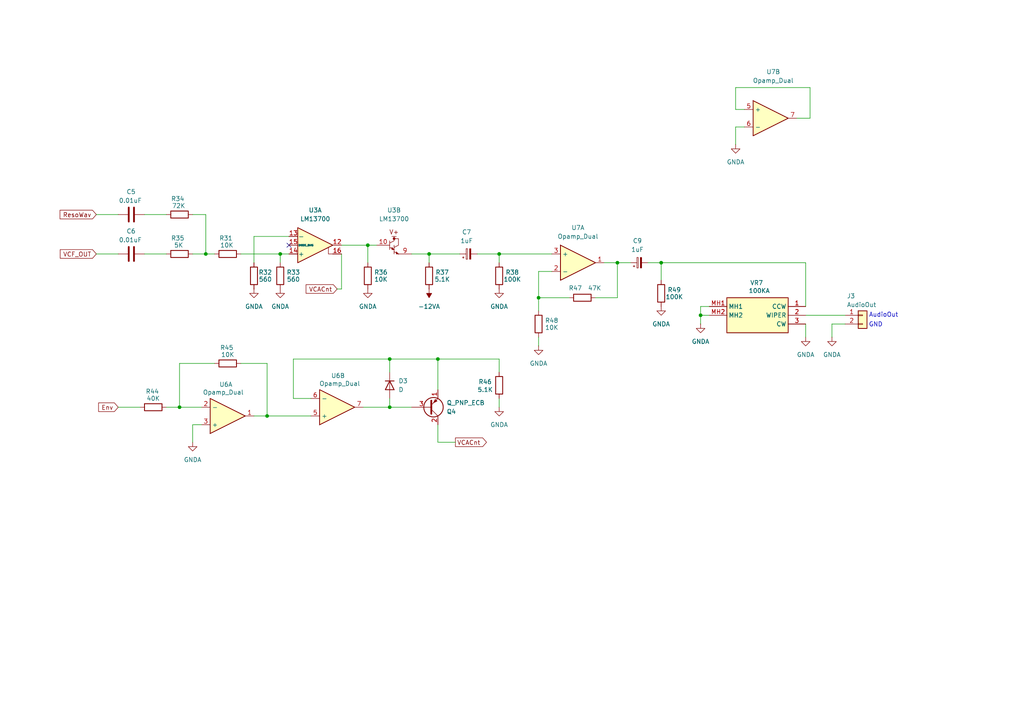
<source format=kicad_sch>
(kicad_sch (version 20231120) (generator "eeschema") (generator_version "8.0")
  (paper "A4")
  (lib_symbols
    (symbol "Amplifier_Operational:LM13700" (pin_names (offset 0.127))
      (property "Reference" "U" (at 3.81 5.08 0))
      (property "Value" "LM13700" (at 5.08 -5.08 0))
      (symbol "LM13700_1_1"
        (polyline (pts (xy 3.81 -0.635) (xy 3.81 -2.54) (xy 5.08 -2.54)))
        (polyline (pts (xy 5.08 0) (xy -5.08 -5.08) (xy -5.08 5.08) (xy 5.08 0)) (stroke (width 0.254)) (fill (type background)))
        (pin output line (at 7.62 0 180) (length 2.54) (name "~") (number "12"))
        (pin input line (at -7.62 2.54 0) (length 2.54) (name "-") (number "13"))
        (pin input line (at -7.62 -2.54 0) (length 2.54) (name "+") (number "14"))
        (pin input line (at -7.62 0 0) (length 2.54) (name "DIODE_BIAS") (number "15"))
        (pin input line (at 7.62 -2.54 180) (length 2.54) (name "~") (number "16"))
      )
      (symbol "LM13700_2_0"
        (polyline (pts (xy -1.905 2.54) (xy -3.175 2.54)))
      )
      (symbol "LM13700_2_1"
        (circle (center -2.54 1.905) (radius 0.254) (stroke (width 0.254)) (fill (type outline)))
        (polyline (pts (xy -3.81 -0.635) (xy -2.54 -1.27)))
        (polyline (pts (xy -3.81 1.27) (xy -3.81 -1.27)))
        (polyline (pts (xy -2.54 -1.905) (xy -1.27 -2.54)))
        (polyline (pts (xy -2.54 0) (xy -2.54 -2.54)))
        (polyline (pts (xy -3.81 0.635) (xy -2.54 1.27) (xy -2.54 1.905) (xy -2.54 2.54)))
        (polyline (pts (xy -2.54 -1.27) (xy -3.175 -0.635) (xy -3.175 -1.27) (xy -2.54 -1.27)) (fill (type outline)))
        (polyline (pts (xy -2.54 -0.635) (xy -1.27 0) (xy -1.27 1.905) (xy -2.54 1.905)))
        (polyline (pts (xy -1.27 -2.54) (xy -1.905 -1.905) (xy -1.905 -2.54) (xy -1.27 -2.54)) (fill (type outline)))
        (text "V+" (at -2.54 3.81 0) (effects (font (size 1.27 1.27))))
        (pin input line (at -7.62 0 0) (length 3.81) (name "~") (number "10"))
        (pin output line (at 2.54 -2.54 180) (length 3.81) (name "~") (number "9"))
      )
      (symbol "LM13700_3_1"
        (polyline (pts (xy 3.81 -0.635) (xy 3.81 -2.54) (xy 5.08 -2.54)))
        (polyline (pts (xy 5.08 0) (xy -5.08 -5.08) (xy -5.08 5.08) (xy 5.08 0)) (stroke (width 0.254)) (fill (type background)))
        (pin input line (at 7.62 -2.54 180) (length 2.54) (name "~") (number "1"))
        (pin input line (at -7.62 0 0) (length 2.54) (name "DIODE_BIAS") (number "2"))
        (pin input line (at -7.62 -2.54 0) (length 2.54) (name "+") (number "3"))
        (pin input line (at -7.62 2.54 0) (length 2.54) (name "-") (number "4"))
        (pin output line (at 7.62 0 180) (length 2.54) (name "~") (number "5"))
      )
      (symbol "LM13700_4_0"
        (polyline (pts (xy -3.175 2.54) (xy -1.905 2.54)))
        (text "V+" (at -2.54 3.81 0) (effects (font (size 1.27 1.27))))
      )
      (symbol "LM13700_4_1"
        (circle (center -2.54 1.905) (radius 0.254) (stroke (width 0.254)) (fill (type outline)))
        (polyline (pts (xy -3.81 -0.635) (xy -2.54 -1.27)))
        (polyline (pts (xy -3.81 1.27) (xy -3.81 -1.27)))
        (polyline (pts (xy -2.54 -1.905) (xy -1.27 -2.54)))
        (polyline (pts (xy -2.54 0) (xy -2.54 -2.54)))
        (polyline (pts (xy -3.81 0.635) (xy -2.54 1.27) (xy -2.54 2.54)))
        (polyline (pts (xy -2.54 -1.27) (xy -3.175 -0.635) (xy -3.175 -1.27) (xy -2.54 -1.27)) (fill (type outline)))
        (polyline (pts (xy -2.54 -0.635) (xy -1.27 0) (xy -1.27 1.905) (xy -2.54 1.905)))
        (polyline (pts (xy -1.27 -2.54) (xy -1.905 -1.905) (xy -1.905 -2.54) (xy -1.27 -2.54)) (fill (type outline)))
        (pin input line (at -7.62 0 0) (length 3.81) (name "~") (number "7"))
        (pin output line (at 2.54 -2.54 180) (length 3.81) (name "~") (number "8"))
      )
      (symbol "LM13700_5_1"
        (pin power_in line (at -2.54 7.62 270) (length 3.81) (name "V+") (number "11"))
        (pin power_in line (at -2.54 -7.62 90) (length 3.81) (name "V-") (number "6"))
      )
    )
    (symbol "Connector_Generic:Conn_01x02" (pin_names (offset 1.016) hide)
      (property "Reference" "J" (at 0 2.54 0))
      (property "Value" "Conn_01x02" (at 0 -5.08 0))
      (symbol "Conn_01x02_1_1"
        (rectangle (start -1.27 -2.413) (end 0 -2.667) (stroke (width 0.1524)))
        (rectangle (start -1.27 0.127) (end 0 -0.127) (stroke (width 0.1524)))
        (rectangle (start -1.27 1.27) (end 1.27 -3.81) (stroke (width 0.254)) (fill (type background)))
        (pin passive line (at -5.08 0 0) (length 3.81) (name "Pin_1") (number "1"))
        (pin passive line (at -5.08 -2.54 0) (length 3.81) (name "Pin_2") (number "2"))
      )
    )
    (symbol "Device:C" (pin_numbers hide) (pin_names (offset 0.254))
      (property "Reference" "C" (at 0.635 2.54 0))
      (property "Value" "C" (at 0.635 -2.54 0))
      (symbol "C_0_1"
        (polyline (pts (xy -2.032 -0.762) (xy 2.032 -0.762)) (stroke (width 0.508)))
        (polyline (pts (xy -2.032 0.762) (xy 2.032 0.762)) (stroke (width 0.508)))
      )
      (symbol "C_1_1"
        (pin passive line (at 0 3.81 270) (length 2.794) (name "~") (number "1"))
        (pin passive line (at 0 -3.81 90) (length 2.794) (name "~") (number "2"))
      )
    )
    (symbol "Device:C_Polarized_Small" (pin_numbers hide) (pin_names (offset 0.254) hide)
      (property "Reference" "C" (at 0.254 1.778 0))
      (property "Value" "C_Polarized_Small" (at 0.254 -2.032 0))
      (symbol "C_Polarized_Small_0_1"
        (rectangle (start -1.524 -0.3048) (end 1.524 -0.6858) (fill (type outline)))
        (rectangle (start -1.524 0.6858) (end 1.524 0.3048))
        (polyline (pts (xy -1.27 1.524) (xy -0.762 1.524)))
        (polyline (pts (xy -1.016 1.27) (xy -1.016 1.778)))
      )
      (symbol "C_Polarized_Small_1_1"
        (pin passive line (at 0 2.54 270) (length 1.8542) (name "~") (number "1"))
        (pin passive line (at 0 -2.54 90) (length 1.8542) (name "~") (number "2"))
      )
    )
    (symbol "Device:D" (pin_numbers hide) (pin_names (offset 1.016) hide)
      (property "Reference" "D" (at 0 2.54 0))
      (property "Value" "D" (at 0 -2.54 0))
      (symbol "D_0_1"
        (polyline (pts (xy -1.27 1.27) (xy -1.27 -1.27)) (stroke (width 0.254)))
        (polyline (pts (xy 1.27 0) (xy -1.27 0)))
        (polyline (pts (xy 1.27 1.27) (xy 1.27 -1.27) (xy -1.27 0) (xy 1.27 1.27)) (stroke (width 0.254)))
      )
      (symbol "D_1_1"
        (pin passive line (at -3.81 0 0) (length 2.54) (name "K") (number "1"))
        (pin passive line (at 3.81 0 180) (length 2.54) (name "A") (number "2"))
      )
    )
    (symbol "Device:Opamp_Dual"
      (property "Reference" "U" (at 0 5.08 0))
      (property "Value" "Opamp_Dual" (at 0 -5.08 0))
      (symbol "Opamp_Dual_1_1"
        (polyline (pts (xy -5.08 5.08) (xy 5.08 0) (xy -5.08 -5.08) (xy -5.08 5.08)) (stroke (width 0.254)) (fill (type background)))
        (pin output line (at 7.62 0 180) (length 2.54) (name "~") (number "1"))
        (pin input line (at -7.62 -2.54 0) (length 2.54) (name "-") (number "2"))
        (pin input line (at -7.62 2.54 0) (length 2.54) (name "+") (number "3"))
      )
      (symbol "Opamp_Dual_2_1"
        (polyline (pts (xy -5.08 5.08) (xy 5.08 0) (xy -5.08 -5.08) (xy -5.08 5.08)) (stroke (width 0.254)) (fill (type background)))
        (pin input line (at -7.62 2.54 0) (length 2.54) (name "+") (number "5"))
        (pin input line (at -7.62 -2.54 0) (length 2.54) (name "-") (number "6"))
        (pin output line (at 7.62 0 180) (length 2.54) (name "~") (number "7"))
      )
      (symbol "Opamp_Dual_3_1"
        (pin power_in line (at -2.54 -7.62 90) (length 3.81) (name "V-") (number "4"))
        (pin power_in line (at -2.54 7.62 270) (length 3.81) (name "V+") (number "8"))
      )
    )
    (symbol "Device:Q_PNP_ECB" (pin_names (offset 0) hide)
      (property "Reference" "Q" (at 5.08 1.27 0))
      (property "Value" "Q_PNP_ECB" (at 5.08 -1.27 0))
      (symbol "Q_PNP_ECB_0_1"
        (polyline (pts (xy 0.635 0.635) (xy 2.54 2.54)))
        (polyline (pts (xy 0.635 -0.635) (xy 2.54 -2.54) (xy 2.54 -2.54)))
        (polyline (pts (xy 0.635 1.905) (xy 0.635 -1.905) (xy 0.635 -1.905)) (stroke (width 0.508)))
        (polyline (pts (xy 2.286 -1.778) (xy 1.778 -2.286) (xy 1.27 -1.27) (xy 2.286 -1.778) (xy 2.286 -1.778)) (fill (type outline)))
        (circle (center 1.27 0) (radius 2.8194) (stroke (width 0.254)))
      )
      (symbol "Q_PNP_ECB_1_1"
        (pin passive line (at 2.54 -5.08 90) (length 2.54) (name "E") (number "1"))
        (pin passive line (at 2.54 5.08 270) (length 2.54) (name "C") (number "2"))
        (pin input line (at -5.08 0 0) (length 5.715) (name "B") (number "3"))
      )
    )
    (symbol "Device:R" (pin_numbers hide) (pin_names (offset 0))
      (property "Reference" "R" (at 2.032 0 90))
      (property "Value" "R" (at 0 0 90))
      (symbol "R_0_1"
        (rectangle (start -1.016 -2.54) (end 1.016 2.54) (stroke (width 0.254)))
      )
      (symbol "R_1_1"
        (pin passive line (at 0 3.81 270) (length 1.27) (name "~") (number "1"))
        (pin passive line (at 0 -3.81 90) (length 1.27) (name "~") (number "2"))
      )
    )
    (symbol "SamacSys_Parts:RK09D117000B"
      (property "Reference" "VR" (at 24.13 7.62 0))
      (property "Value" "RK09D117000B" (at 24.13 5.08 0))
      (symbol "RK09D117000B_1_1"
        (rectangle (start 5.08 2.54) (end 22.86 -7.62) (stroke (width 0.254)) (fill (type background)))
        (pin passive line (at 0 0 0) (length 5.08) (name "CCW") (number "1"))
        (pin passive line (at 0 -2.54 0) (length 5.08) (name "WIPER") (number "2"))
        (pin passive line (at 0 -5.08 0) (length 5.08) (name "CW") (number "3"))
        (pin passive line (at 27.94 0 180) (length 5.08) (name "MH1") (number "MH1"))
        (pin passive line (at 27.94 -2.54 180) (length 5.08) (name "MH2") (number "MH2"))
      )
    )
    (symbol "power:-12VA" (power) (pin_numbers hide) (pin_names (offset 0) hide)
      (property "Value" "-12VA" (at 0 3.556 0))
      (symbol "-12VA_0_0"
        (pin power_in line (at 0 0 90) (length 0) (name "~") (number "1"))
      )
      (symbol "-12VA_0_1"
        (polyline (pts (xy 0 0) (xy 0 1.27) (xy 0.762 1.27) (xy 0 2.54) (xy -0.762 1.27) (xy 0 1.27)) (fill (type outline)))
      )
    )
    (symbol "power:GNDA" (power) (pin_numbers hide) (pin_names (offset 0) hide)
      (property "Value" "GNDA" (at 0 -3.81 0))
      (symbol "GNDA_0_1"
        (polyline (pts (xy 0 0) (xy 0 -1.27) (xy 1.27 -1.27) (xy 0 -2.54) (xy -1.27 -1.27) (xy 0 -1.27)))
      )
      (symbol "GNDA_1_1"
        (pin power_in line (at 0 0 270) (length 0) (name "~") (number "1"))
      )
    )
  )
  (junction (at 106.68 71.12))
  (junction (at 77.47 120.65))
  (junction (at 59.69 73.66))
  (junction (at 81.28 73.66))
  (junction (at 127 104.14))
  (junction (at 179.07 76.2))
  (junction (at 113.03 104.14))
  (junction (at 124.46 73.66))
  (junction (at 52.07 118.11))
  (junction (at 191.77 76.2))
  (junction (at 203.2 91.44))
  (junction (at 144.78 73.66))
  (junction (at 113.03 118.11))
  (junction (at 156.21 86.36))
  (no_connect (at 83.82 71.12))
  (wire (pts (xy 113.03 104.14) (xy 127 104.14)))
  (wire (pts (xy 55.88 62.23) (xy 59.69 62.23)))
  (wire (pts (xy 73.66 120.65) (xy 77.47 120.65)))
  (wire (pts (xy 85.09 104.14) (xy 85.09 115.57)))
  (wire (pts (xy 156.21 86.36) (xy 156.21 90.17)))
  (wire (pts (xy 62.23 105.41) (xy 52.07 105.41)))
  (wire (pts (xy 99.06 83.82) (xy 97.79 83.82)))
  (wire (pts (xy 187.96 76.2) (xy 191.77 76.2)))
  (wire (pts (xy 55.88 123.19) (xy 55.88 128.27)))
  (wire (pts (xy 156.21 86.36) (xy 156.21 78.74)))
  (wire (pts (xy 156.21 97.79) (xy 156.21 100.33)))
  (wire (pts (xy 191.77 76.2) (xy 191.77 81.28)))
  (wire (pts (xy 213.36 36.83) (xy 213.36 41.91)))
  (wire (pts (xy 99.06 73.66) (xy 99.06 83.82)))
  (wire (pts (xy 191.77 76.2) (xy 233.68 76.2)))
  (wire (pts (xy 55.88 73.66) (xy 59.69 73.66)))
  (wire (pts (xy 127 104.14) (xy 144.78 104.14)))
  (wire (pts (xy 113.03 118.11) (xy 119.38 118.11)))
  (wire (pts (xy 48.26 118.11) (xy 52.07 118.11)))
  (wire (pts (xy 83.82 68.58) (xy 73.66 68.58)))
  (wire (pts (xy 156.21 78.74) (xy 160.02 78.74)))
  (wire (pts (xy 99.06 71.12) (xy 106.68 71.12)))
  (wire (pts (xy 27.94 62.23) (xy 34.29 62.23)))
  (wire (pts (xy 34.29 118.11) (xy 40.64 118.11)))
  (wire (pts (xy 124.46 73.66) (xy 133.35 73.66)))
  (wire (pts (xy 81.28 73.66) (xy 69.85 73.66)))
  (wire (pts (xy 27.94 73.66) (xy 34.29 73.66)))
  (wire (pts (xy 52.07 118.11) (xy 58.42 118.11)))
  (wire (pts (xy 241.3 93.98) (xy 241.3 97.79)))
  (wire (pts (xy 59.69 62.23) (xy 59.69 73.66)))
  (wire (pts (xy 81.28 73.66) (xy 83.82 73.66)))
  (wire (pts (xy 203.2 88.9) (xy 203.2 91.44)))
  (wire (pts (xy 205.74 88.9) (xy 203.2 88.9)))
  (wire (pts (xy 165.1 86.36) (xy 156.21 86.36)))
  (wire (pts (xy 144.78 73.66) (xy 160.02 73.66)))
  (wire (pts (xy 233.68 76.2) (xy 233.68 88.9)))
  (wire (pts (xy 113.03 107.95) (xy 113.03 104.14)))
  (wire (pts (xy 179.07 86.36) (xy 172.72 86.36)))
  (wire (pts (xy 55.88 123.19) (xy 58.42 123.19)))
  (wire (pts (xy 231.14 34.29) (xy 234.95 34.29)))
  (wire (pts (xy 179.07 76.2) (xy 179.07 86.36)))
  (wire (pts (xy 144.78 104.14) (xy 144.78 107.95)))
  (wire (pts (xy 233.68 91.44) (xy 245.11 91.44)))
  (wire (pts (xy 175.26 76.2) (xy 179.07 76.2)))
  (wire (pts (xy 106.68 76.2) (xy 106.68 71.12)))
  (wire (pts (xy 119.38 73.66) (xy 124.46 73.66)))
  (wire (pts (xy 105.41 118.11) (xy 113.03 118.11)))
  (wire (pts (xy 203.2 91.44) (xy 203.2 93.98)))
  (wire (pts (xy 59.69 73.66) (xy 62.23 73.66)))
  (wire (pts (xy 127 128.27) (xy 127 123.19)))
  (wire (pts (xy 127 104.14) (xy 127 113.03)))
  (wire (pts (xy 234.95 34.29) (xy 234.95 25.4)))
  (wire (pts (xy 215.9 36.83) (xy 213.36 36.83)))
  (wire (pts (xy 213.36 25.4) (xy 213.36 31.75)))
  (wire (pts (xy 132.08 128.27) (xy 127 128.27)))
  (wire (pts (xy 113.03 115.57) (xy 113.03 118.11)))
  (wire (pts (xy 113.03 104.14) (xy 85.09 104.14)))
  (wire (pts (xy 233.68 93.98) (xy 233.68 97.79)))
  (wire (pts (xy 81.28 73.66) (xy 81.28 76.2)))
  (wire (pts (xy 144.78 115.57) (xy 144.78 118.11)))
  (wire (pts (xy 124.46 73.66) (xy 124.46 76.2)))
  (wire (pts (xy 69.85 105.41) (xy 77.47 105.41)))
  (wire (pts (xy 73.66 68.58) (xy 73.66 76.2)))
  (wire (pts (xy 41.91 62.23) (xy 48.26 62.23)))
  (wire (pts (xy 85.09 115.57) (xy 90.17 115.57)))
  (wire (pts (xy 144.78 73.66) (xy 144.78 76.2)))
  (wire (pts (xy 41.91 73.66) (xy 48.26 73.66)))
  (wire (pts (xy 77.47 120.65) (xy 90.17 120.65)))
  (wire (pts (xy 52.07 105.41) (xy 52.07 118.11)))
  (wire (pts (xy 138.43 73.66) (xy 144.78 73.66)))
  (wire (pts (xy 213.36 31.75) (xy 215.9 31.75)))
  (wire (pts (xy 179.07 76.2) (xy 182.88 76.2)))
  (wire (pts (xy 77.47 120.65) (xy 77.47 105.41)))
  (wire (pts (xy 205.74 91.44) (xy 203.2 91.44)))
  (wire (pts (xy 234.95 25.4) (xy 213.36 25.4)))
  (wire (pts (xy 245.11 93.98) (xy 241.3 93.98)))
  (wire (pts (xy 106.68 71.12) (xy 109.22 71.12)))
  (text "GND" (at 254 94.234 0) (effects (font (size 1.27 1.27))))
  (text "AudioOut" (at 256.286 91.44 0) (effects (font (size 1.27 1.27))))
  (global_label "Env" (shape input) (at 34.29 118.11 180) (property "Intersheetrefs" "${INTERSHEET_REFS}" (effects (hide yes))))
  (global_label "VCF_OUT" (shape input) (at 27.94 73.66 180) (property "Intersheetrefs" "${INTERSHEET_REFS}" (effects (hide yes))))
  (global_label "ResoWav" (shape input) (at 27.94 62.23 180) (property "Intersheetrefs" "${INTERSHEET_REFS}" (effects (hide yes))))
  (global_label "VCACnt" (shape output) (at 132.08 128.27 0) (property "Intersheetrefs" "${INTERSHEET_REFS}" (effects (hide yes))))
  (global_label "VCACnt" (shape input) (at 97.79 83.82 180) (property "Intersheetrefs" "${INTERSHEET_REFS}" (effects (hide yes))))
  (symbol (lib_id "Device:R") (at 66.04 105.41 90) (unit 1)
    (property "Reference" "R45" (at 65.786 100.838 90))
    (property "Value" "10K" (at 66.04 102.87 90))
    (property "Footprint" "Resistor_THT:R_Axial_DIN0204_L3.6mm_D1.6mm_P2.54mm_Vertical" (effects (hide yes)))
    (property "Description" "Resistor" (effects (hide yes)))
  )
  (symbol (lib_id "Device:R") (at 168.91 86.36 270) (mirror x) (unit 1)
    (property "Reference" "R47" (at 166.878 83.566 90))
    (property "Value" "47K" (at 172.466 83.566 90))
    (property "Footprint" "Resistor_THT:R_Axial_DIN0204_L3.6mm_D1.6mm_P2.54mm_Vertical" (effects (hide yes)))
    (property "Description" "Resistor" (effects (hide yes)))
  )
  (symbol (lib_id "Device:Opamp_Dual") (at 66.04 120.65 0) (mirror x) (unit 1)
    (property "Reference" "U6" (at 65.532 111.506 0))
    (property "Value" "Opamp_Dual" (at 64.77 113.792 0))
    (property "Footprint" "Package_SO:SO-8_3.9x4.9mm_P1.27mm" (effects (hide yes)))
    (property "Description" "Dual operational amplifier" (effects (hide yes)))
    (property "Sim.Library" "${KICAD7_SYMBOL_DIR}/Simulation_SPICE.sp" (effects (hide yes)))
    (property "Sim.Name" "kicad_builtin_opamp_dual" (effects (hide yes)))
    (property "Sim.Device" "SUBCKT" (effects (hide yes)))
    (property "Sim.Pins" "1=out1 2=in1- 3=in1+ 4=vee 5=in2+ 6=in2- 7=out2 8=vcc" (effects (hide yes)))
  )
  (symbol (lib_id "power:GNDA") (at 55.88 128.27 0) (unit 1)
    (property "Reference" "#PWR048" (effects (hide yes)))
    (property "Value" "GNDA" (at 55.88 133.35 0))
    (property "Description" "Power symbol creates a global label with name \"GNDA\" , analog ground" (effects (hide yes)))
  )
  (symbol (lib_id "power:-12VA") (at 124.46 83.82 180) (unit 1)
    (property "Reference" "#PWR039" (effects (hide yes)))
    (property "Value" "-12VA" (at 124.46 88.9 0))
    (property "Description" "Power symbol creates a global label with name \"-12VA\"" (effects (hide yes)))
  )
  (symbol (lib_id "power:GNDA") (at 144.78 83.82 0) (mirror y) (unit 1)
    (property "Reference" "#PWR040" (effects (hide yes)))
    (property "Value" "GNDA" (at 144.78 88.9 0))
    (property "Description" "Power symbol creates a global label with name \"GNDA\" , analog ground" (effects (hide yes)))
  )
  (symbol (lib_id "Device:Opamp_Dual") (at 97.79 118.11 0) (mirror x) (unit 2)
    (property "Reference" "U6" (at 98.044 108.966 0))
    (property "Value" "Opamp_Dual" (at 98.552 111.252 0))
    (property "Footprint" "Package_SO:SO-8_3.9x4.9mm_P1.27mm" (effects (hide yes)))
    (property "Description" "Dual operational amplifier" (effects (hide yes)))
    (property "Sim.Library" "${KICAD7_SYMBOL_DIR}/Simulation_SPICE.sp" (effects (hide yes)))
    (property "Sim.Name" "kicad_builtin_opamp_dual" (effects (hide yes)))
    (property "Sim.Device" "SUBCKT" (effects (hide yes)))
    (property "Sim.Pins" "1=out1 2=in1- 3=in1+ 4=vee 5=in2+ 6=in2- 7=out2 8=vcc" (effects (hide yes)))
  )
  (symbol (lib_id "power:GNDA") (at 241.3 97.79 0) (unit 1)
    (property "Reference" "#PWR056" (effects (hide yes)))
    (property "Value" "GNDA" (at 241.3 102.87 0))
    (property "Description" "Power symbol creates a global label with name \"GNDA\" , analog ground" (effects (hide yes)))
  )
  (symbol (lib_id "Device:R") (at 144.78 80.01 0) (mirror x) (unit 1)
    (property "Reference" "R38" (at 148.59 78.994 0))
    (property "Value" "100K" (at 148.59 81.026 0))
    (property "Footprint" "Resistor_THT:R_Axial_DIN0204_L3.6mm_D1.6mm_P2.54mm_Vertical" (effects (hide yes)))
    (property "Description" "Resistor" (effects (hide yes)))
  )
  (symbol (lib_id "Device:R") (at 81.28 80.01 0) (mirror x) (unit 1)
    (property "Reference" "R33" (at 85.09 78.994 0))
    (property "Value" "560" (at 85.09 81.026 0))
    (property "Footprint" "Resistor_THT:R_Axial_DIN0204_L3.6mm_D1.6mm_P2.54mm_Vertical" (effects (hide yes)))
    (property "Description" "Resistor" (effects (hide yes)))
  )
  (symbol (lib_id "power:GNDA") (at 203.2 93.98 0) (unit 1)
    (property "Reference" "#PWR054" (effects (hide yes)))
    (property "Value" "GNDA" (at 203.2 99.06 0))
    (property "Description" "Power symbol creates a global label with name \"GNDA\" , analog ground" (effects (hide yes)))
  )
  (symbol (lib_id "Amplifier_Operational:LM13700") (at 91.44 71.12 0) (unit 1)
    (property "Reference" "U3" (at 91.44 60.96 0))
    (property "Value" "LM13700" (at 91.44 63.5 0))
    (property "Footprint" "Package_SO:SOIC-16_3.9x9.9mm_P1.27mm" (effects (hide yes)))
    (property "Datasheet" "http://www.ti.com/lit/ds/symlink/lm13700.pdf" (effects (hide yes)))
    (property "Description" "Dual Operational Transconductance Amplifiers with Linearizing Diodes and Buffers, DIP-16/SOIC-16" (effects (hide yes)))
  )
  (symbol (lib_id "power:GNDA") (at 191.77 88.9 0) (mirror y) (unit 1)
    (property "Reference" "#PWR051" (effects (hide yes)))
    (property "Value" "GNDA" (at 191.77 93.98 0))
    (property "Description" "Power symbol creates a global label with name \"GNDA\" , analog ground" (effects (hide yes)))
  )
  (symbol (lib_id "Device:D") (at 113.03 111.76 270) (unit 1)
    (property "Reference" "D3" (at 115.57 110.4899 90) (effects (justify left)))
    (property "Value" "D" (at 115.57 113.0299 90) (effects (justify left)))
    (property "Footprint" "Diode_THT:D_DO-35_SOD27_P2.54mm_Vertical_AnodeUp" (effects (hide yes)))
    (property "Description" "Diode" (effects (hide yes)))
    (property "Sim.Device" "D" (effects (hide yes)))
    (property "Sim.Pins" "1=K 2=A" (effects (hide yes)))
  )
  (symbol (lib_id "Device:R") (at 66.04 73.66 270) (mirror x) (unit 1)
    (property "Reference" "R31" (at 65.532 69.088 90))
    (property "Value" "10K" (at 65.786 71.12 90))
    (property "Footprint" "Resistor_THT:R_Axial_DIN0204_L3.6mm_D1.6mm_P2.54mm_Vertical" (effects (hide yes)))
    (property "Description" "Resistor" (effects (hide yes)))
  )
  (symbol (lib_id "Device:R") (at 144.78 111.76 180) (unit 1)
    (property "Reference" "R46" (at 140.716 110.744 0))
    (property "Value" "5.1K" (at 140.716 113.03 0))
    (property "Footprint" "Resistor_THT:R_Axial_DIN0204_L3.6mm_D1.6mm_P2.54mm_Vertical" (effects (hide yes)))
    (property "Description" "Resistor" (effects (hide yes)))
  )
  (symbol (lib_id "Device:C_Polarized_Small") (at 185.42 76.2 90) (unit 1)
    (property "Reference" "C9" (at 184.8739 69.85 90))
    (property "Value" "1uF" (at 184.8739 72.39 90))
    (property "Footprint" "Capacitor_THT:CP_Radial_D5.0mm_P2.50mm" (effects (hide yes)))
    (property "Description" "Polarized capacitor, small symbol" (effects (hide yes)))
  )
  (symbol (lib_id "power:GNDA") (at 81.28 83.82 0) (mirror y) (unit 1)
    (property "Reference" "#PWR037" (effects (hide yes)))
    (property "Value" "GNDA" (at 81.28 88.9 0))
    (property "Description" "Power symbol creates a global label with name \"GNDA\" , analog ground" (effects (hide yes)))
  )
  (symbol (lib_id "SamacSys_Parts:RK09D117000B") (at 233.68 88.9 0) (mirror y) (unit 1)
    (property "Reference" "VR7" (at 219.456 82.042 0))
    (property "Value" "100KA" (at 220.218 84.328 0))
    (property "Footprint" "RK09D117000B" (effects (hide yes)))
    (property "Datasheet" "https://tech.alpsalpine.com/prod/j/html/potentiometer/rotarypotentiometers/rk09k/rk09d117000b.html" (effects (hide yes)))
    (property "Description" "9-inch insulated shaft snap-in type RK09K/RK09D series" (effects (hide yes)))
    (property "Height" "30" (effects (hide yes)))
    (property "Manufacturer_Name" "ALPS Electric" (effects (hide yes)))
    (property "Manufacturer_Part_Number" "RK09D117000B" (effects (hide yes)))
    (property "Mouser Part Number" "688-RK09D117000B" (effects (hide yes)))
    (property "Mouser Price/Stock" "https://www.mouser.co.uk/ProductDetail/Alps-Alpine/RK09D117000B?qs=3cOf6TWd2rbc67829PEbEQ%3D%3D" (effects (hide yes)))
  )
  (symbol (lib_id "power:GNDA") (at 106.68 83.82 0) (mirror y) (unit 1)
    (property "Reference" "#PWR038" (effects (hide yes)))
    (property "Value" "GNDA" (at 106.68 88.9 0))
    (property "Description" "Power symbol creates a global label with name \"GNDA\" , analog ground" (effects (hide yes)))
  )
  (symbol (lib_id "Amplifier_Operational:LM13700") (at 116.84 71.12 0) (unit 2)
    (property "Reference" "U3" (at 114.3 60.96 0))
    (property "Value" "LM13700" (at 114.3 63.5 0))
    (property "Footprint" "Package_SO:SOIC-16_3.9x9.9mm_P1.27mm" (effects (hide yes)))
    (property "Datasheet" "http://www.ti.com/lit/ds/symlink/lm13700.pdf" (effects (hide yes)))
    (property "Description" "Dual Operational Transconductance Amplifiers with Linearizing Diodes and Buffers, DIP-16/SOIC-16" (effects (hide yes)))
  )
  (symbol (lib_id "Device:Opamp_Dual") (at 223.52 34.29 0) (unit 2)
    (property "Reference" "U7" (at 224.282 20.828 0))
    (property "Value" "Opamp_Dual" (at 224.282 23.368 0))
    (property "Footprint" "Package_SO:SO-8_3.9x4.9mm_P1.27mm" (effects (hide yes)))
    (property "Description" "Dual operational amplifier" (effects (hide yes)))
    (property "Sim.Library" "${KICAD7_SYMBOL_DIR}/Simulation_SPICE.sp" (effects (hide yes)))
    (property "Sim.Name" "kicad_builtin_opamp_dual" (effects (hide yes)))
    (property "Sim.Device" "SUBCKT" (effects (hide yes)))
    (property "Sim.Pins" "1=out1 2=in1- 3=in1+ 4=vee 5=in2+ 6=in2- 7=out2 8=vcc" (effects (hide yes)))
  )
  (symbol (lib_id "Device:R") (at 44.45 118.11 90) (unit 1)
    (property "Reference" "R44" (at 44.196 113.538 90))
    (property "Value" "40K" (at 44.45 115.57 90))
    (property "Footprint" "Resistor_THT:R_Axial_DIN0204_L3.6mm_D1.6mm_P2.54mm_Vertical" (effects (hide yes)))
    (property "Description" "Resistor" (effects (hide yes)))
  )
  (symbol (lib_id "Device:R") (at 73.66 80.01 0) (mirror x) (unit 1)
    (property "Reference" "R32" (at 76.962 78.994 0))
    (property "Value" "560" (at 76.962 81.026 0))
    (property "Footprint" "Resistor_THT:R_Axial_DIN0204_L3.6mm_D1.6mm_P2.54mm_Vertical" (effects (hide yes)))
    (property "Description" "Resistor" (effects (hide yes)))
  )
  (symbol (lib_id "power:GNDA") (at 73.66 83.82 0) (mirror y) (unit 1)
    (property "Reference" "#PWR08" (effects (hide yes)))
    (property "Value" "GNDA" (at 73.66 88.9 0))
    (property "Description" "Power symbol creates a global label with name \"GNDA\" , analog ground" (effects (hide yes)))
  )
  (symbol (lib_id "power:GNDA") (at 213.36 41.91 0) (mirror y) (unit 1)
    (property "Reference" "#PWR052" (effects (hide yes)))
    (property "Value" "GNDA" (at 213.36 46.99 0))
    (property "Description" "Power symbol creates a global label with name \"GNDA\" , analog ground" (effects (hide yes)))
  )
  (symbol (lib_id "Device:Q_PNP_ECB") (at 124.46 118.11 0) (mirror x) (unit 1)
    (property "Reference" "Q4" (at 129.54 119.3801 0) (effects (justify left)))
    (property "Value" "Q_PNP_ECB" (at 129.54 116.8401 0) (effects (justify left)))
    (property "Footprint" "Package_TO_SOT_THT:TO-92_HandSolder" (effects (hide yes)))
    (property "Description" "PNP transistor, emitter/collector/base" (effects (hide yes)))
  )
  (symbol (lib_id "Device:R") (at 106.68 80.01 0) (mirror x) (unit 1)
    (property "Reference" "R36" (at 110.49 78.994 0))
    (property "Value" "10K" (at 110.49 81.026 0))
    (property "Footprint" "Resistor_THT:R_Axial_DIN0204_L3.6mm_D1.6mm_P2.54mm_Vertical" (effects (hide yes)))
    (property "Description" "Resistor" (effects (hide yes)))
  )
  (symbol (lib_id "Device:C_Polarized_Small") (at 135.89 73.66 90) (unit 1)
    (property "Reference" "C7" (at 135.3439 67.31 90))
    (property "Value" "1uF" (at 135.3439 69.85 90))
    (property "Footprint" "Capacitor_THT:CP_Radial_D5.0mm_P2.50mm" (effects (hide yes)))
    (property "Description" "Polarized capacitor, small symbol" (effects (hide yes)))
  )
  (symbol (lib_id "Device:C") (at 38.1 62.23 90) (unit 1)
    (property "Reference" "C5" (at 39.37 55.626 90) (effects (justify left)))
    (property "Value" "0.01uF" (at 41.148 58.166 90) (effects (justify left)))
    (property "Footprint" "Capacitor_THT:C_Disc_D3.4mm_W2.1mm_P2.50mm" (effects (hide yes)))
    (property "Description" "Unpolarized capacitor" (effects (hide yes)))
  )
  (symbol (lib_id "Device:R") (at 52.07 73.66 270) (mirror x) (unit 1)
    (property "Reference" "R35" (at 51.562 69.088 90))
    (property "Value" "5K" (at 51.816 71.12 90))
    (property "Footprint" "Resistor_THT:R_Axial_DIN0204_L3.6mm_D1.6mm_P2.54mm_Vertical" (effects (hide yes)))
    (property "Description" "Resistor" (effects (hide yes)))
  )
  (symbol (lib_id "Device:R") (at 191.77 85.09 0) (mirror x) (unit 1)
    (property "Reference" "R49" (at 195.58 84.074 0))
    (property "Value" "100K" (at 195.58 86.106 0))
    (property "Footprint" "Resistor_THT:R_Axial_DIN0204_L3.6mm_D1.6mm_P2.54mm_Vertical" (effects (hide yes)))
    (property "Description" "Resistor" (effects (hide yes)))
  )
  (symbol (lib_id "power:GNDA") (at 144.78 118.11 0) (unit 1)
    (property "Reference" "#PWR049" (effects (hide yes)))
    (property "Value" "GNDA" (at 144.78 123.19 0))
    (property "Description" "Power symbol creates a global label with name \"GNDA\" , analog ground" (effects (hide yes)))
  )
  (symbol (lib_id "Device:Opamp_Dual") (at 167.64 76.2 0) (unit 1)
    (property "Reference" "U7" (at 167.64 66.04 0))
    (property "Value" "Opamp_Dual" (at 167.64 68.58 0))
    (property "Footprint" "Package_SO:SO-8_3.9x4.9mm_P1.27mm" (effects (hide yes)))
    (property "Description" "Dual operational amplifier" (effects (hide yes)))
    (property "Sim.Library" "${KICAD7_SYMBOL_DIR}/Simulation_SPICE.sp" (effects (hide yes)))
    (property "Sim.Name" "kicad_builtin_opamp_dual" (effects (hide yes)))
    (property "Sim.Device" "SUBCKT" (effects (hide yes)))
    (property "Sim.Pins" "1=out1 2=in1- 3=in1+ 4=vee 5=in2+ 6=in2- 7=out2 8=vcc" (effects (hide yes)))
  )
  (symbol (lib_id "Device:C") (at 38.1 73.66 90) (unit 1)
    (property "Reference" "C6" (at 39.37 67.056 90) (effects (justify left)))
    (property "Value" "0.01uF" (at 41.148 69.596 90) (effects (justify left)))
    (property "Footprint" "Capacitor_THT:C_Disc_D3.4mm_W2.1mm_P2.50mm" (effects (hide yes)))
    (property "Description" "Unpolarized capacitor" (effects (hide yes)))
  )
  (symbol (lib_id "Connector_Generic:Conn_01x02") (at 250.19 91.44 0) (unit 1)
    (property "Reference" "J3" (at 245.618 85.852 0) (effects (justify left)))
    (property "Value" "AudioOut" (at 245.618 88.392 0) (effects (justify left)))
    (property "Footprint" "Connector_PinHeader_2.54mm:PinHeader_1x02_P2.54mm_Vertical" (effects (hide yes)))
    (property "Description" "Generic connector, single row, 01x02, script generated (kicad-library-utils/schlib/autogen/connector/)" (effects (hide yes)))
  )
  (symbol (lib_id "power:GNDA") (at 233.68 97.79 0) (unit 1)
    (property "Reference" "#PWR053" (effects (hide yes)))
    (property "Value" "GNDA" (at 233.68 102.87 0))
    (property "Description" "Power symbol creates a global label with name \"GNDA\" , analog ground" (effects (hide yes)))
  )
  (symbol (lib_id "Device:R") (at 156.21 93.98 0) (mirror x) (unit 1)
    (property "Reference" "R48" (at 160.02 92.964 0))
    (property "Value" "10K" (at 160.02 94.996 0))
    (property "Footprint" "Resistor_THT:R_Axial_DIN0204_L3.6mm_D1.6mm_P2.54mm_Vertical" (effects (hide yes)))
    (property "Description" "Resistor" (effects (hide yes)))
  )
  (symbol (lib_id "power:GNDA") (at 156.21 100.33 0) (mirror y) (unit 1)
    (property "Reference" "#PWR050" (effects (hide yes)))
    (property "Value" "GNDA" (at 156.21 105.41 0))
    (property "Description" "Power symbol creates a global label with name \"GNDA\" , analog ground" (effects (hide yes)))
  )
  (symbol (lib_id "Device:R") (at 124.46 80.01 0) (mirror x) (unit 1)
    (property "Reference" "R37" (at 128.27 78.994 0))
    (property "Value" "5.1K" (at 128.27 81.026 0))
    (property "Footprint" "Resistor_THT:R_Axial_DIN0204_L3.6mm_D1.6mm_P2.54mm_Vertical" (effects (hide yes)))
    (property "Description" "Resistor" (effects (hide yes)))
  )
  (symbol (lib_id "Device:R") (at 52.07 62.23 270) (mirror x) (unit 1)
    (property "Reference" "R34" (at 51.562 57.658 90))
    (property "Value" "72K" (at 51.816 59.69 90))
    (property "Footprint" "Resistor_THT:R_Axial_DIN0204_L3.6mm_D1.6mm_P2.54mm_Vertical" (effects (hide yes)))
    (property "Description" "Resistor" (effects (hide yes)))
  )
)
</source>
